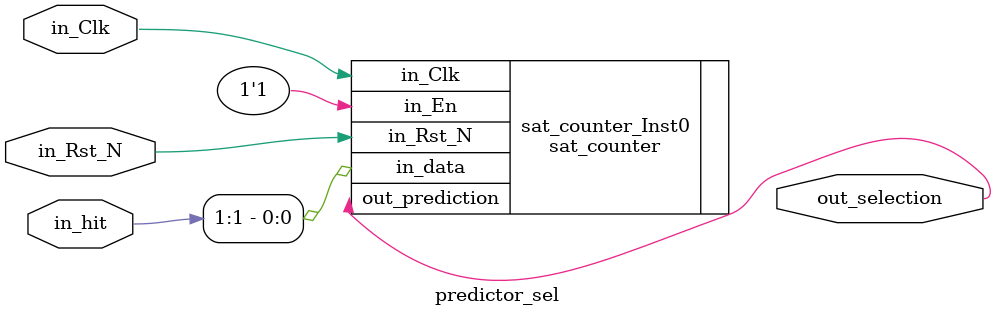
<source format=v>

module predictor_sel(in_hit, in_Clk, in_Rst_N, out_selection);
    input   in_Clk, in_Rst_N;
    input   [1:0] in_hit;

    output  out_selection;

    // 00: both predictors not hit              -> 0 (move towards predictor 0)
    // 01: predictor 1 not hit, predictor 0 hit -> 0 (move towards predictor 0)
    // 10: predictor 1 hit, predictor 0 not hit -> 1 (move towards predictor 1)
    // 11: both predictors hit                  -> 1 (move towards predictor 1)

    sat_counter sat_counter_Inst0(
        .in_data(in_hit[1]),
        .out_prediction(out_selection),
        .in_Clk(in_Clk),
        .in_Rst_N(in_Rst_N),
        .in_En(1'b1)
    );
endmodule
</source>
